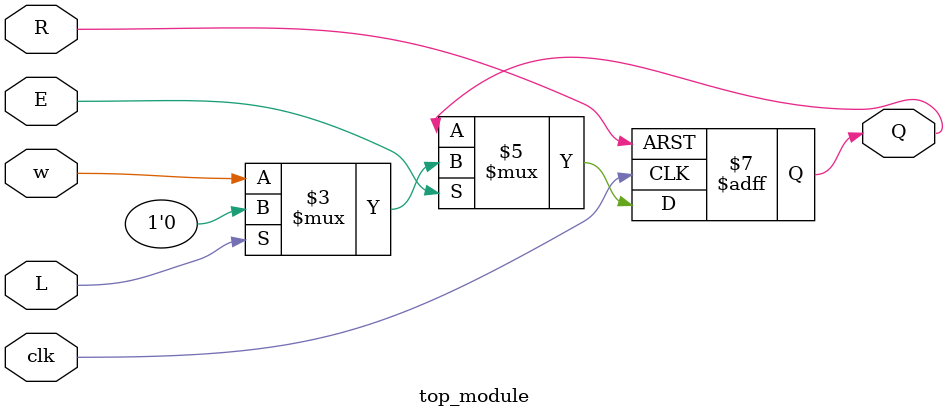
<source format=sv>
module top_module (
    input clk,
    input w,
    input R,
    input E,
    input L,
    output reg Q
);

always @(posedge clk or posedge R) begin
    if (R) begin
        Q <= 1'b0;
    end else if (E) begin
        if (L) begin
            Q <= 1'b0;  // Q should be reset to 0 when L is high, as R is already considered in the outer condition
        end else begin
            Q <= w;
        end
    end
end

endmodule

</source>
